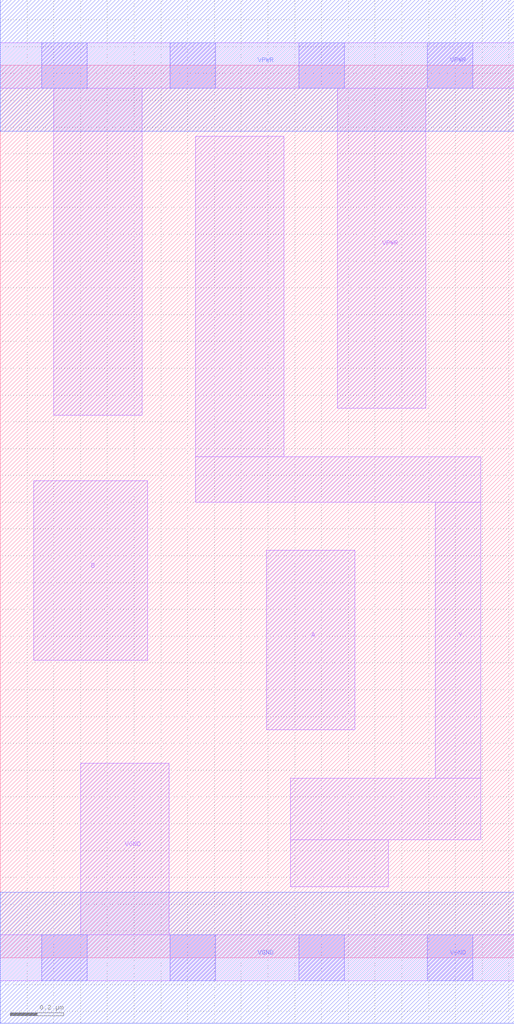
<source format=lef>
# Copyright 2020 The SkyWater PDK Authors
#
# Licensed under the Apache License, Version 2.0 (the "License");
# you may not use this file except in compliance with the License.
# You may obtain a copy of the License at
#
#     https://www.apache.org/licenses/LICENSE-2.0
#
# Unless required by applicable law or agreed to in writing, software
# distributed under the License is distributed on an "AS IS" BASIS,
# WITHOUT WARRANTIES OR CONDITIONS OF ANY KIND, either express or implied.
# See the License for the specific language governing permissions and
# limitations under the License.
#
# SPDX-License-Identifier: Apache-2.0

VERSION 5.7 ;
  NAMESCASESENSITIVE ON ;
  NOWIREEXTENSIONATPIN ON ;
  DIVIDERCHAR "/" ;
  BUSBITCHARS "[]" ;
UNITS
  DATABASE MICRONS 200 ;
END UNITS
MACRO sky130_fd_sc_lp__nand2_lp2
  CLASS CORE ;
  SOURCE USER ;
  FOREIGN sky130_fd_sc_lp__nand2_lp2 ;
  ORIGIN  0.000000  0.000000 ;
  SIZE  1.920000 BY  3.330000 ;
  SYMMETRY X Y R90 ;
  SITE unit ;
  PIN A
    ANTENNAGATEAREA  0.313000 ;
    DIRECTION INPUT ;
    USE SIGNAL ;
    PORT
      LAYER li1 ;
        RECT 0.995000 0.850000 1.325000 1.520000 ;
    END
  END A
  PIN B
    ANTENNAGATEAREA  0.313000 ;
    DIRECTION INPUT ;
    USE SIGNAL ;
    PORT
      LAYER li1 ;
        RECT 0.125000 1.110000 0.550000 1.780000 ;
    END
  END B
  PIN Y
    ANTENNADIFFAREA  0.399700 ;
    DIRECTION OUTPUT ;
    USE SIGNAL ;
    PORT
      LAYER li1 ;
        RECT 0.730000 1.700000 1.795000 1.870000 ;
        RECT 0.730000 1.870000 1.060000 3.065000 ;
        RECT 1.085000 0.265000 1.450000 0.440000 ;
        RECT 1.085000 0.440000 1.795000 0.670000 ;
        RECT 1.625000 0.670000 1.795000 1.700000 ;
    END
  END Y
  PIN VGND
    DIRECTION INOUT ;
    USE GROUND ;
    PORT
      LAYER li1 ;
        RECT 0.000000 -0.085000 1.920000 0.085000 ;
        RECT 0.300000  0.085000 0.630000 0.725000 ;
      LAYER mcon ;
        RECT 0.155000 -0.085000 0.325000 0.085000 ;
        RECT 0.635000 -0.085000 0.805000 0.085000 ;
        RECT 1.115000 -0.085000 1.285000 0.085000 ;
        RECT 1.595000 -0.085000 1.765000 0.085000 ;
      LAYER met1 ;
        RECT 0.000000 -0.245000 1.920000 0.245000 ;
    END
  END VGND
  PIN VPWR
    DIRECTION INOUT ;
    USE POWER ;
    PORT
      LAYER li1 ;
        RECT 0.000000 3.245000 1.920000 3.415000 ;
        RECT 0.200000 2.025000 0.530000 3.245000 ;
        RECT 1.260000 2.050000 1.590000 3.245000 ;
      LAYER mcon ;
        RECT 0.155000 3.245000 0.325000 3.415000 ;
        RECT 0.635000 3.245000 0.805000 3.415000 ;
        RECT 1.115000 3.245000 1.285000 3.415000 ;
        RECT 1.595000 3.245000 1.765000 3.415000 ;
      LAYER met1 ;
        RECT 0.000000 3.085000 1.920000 3.575000 ;
    END
  END VPWR
END sky130_fd_sc_lp__nand2_lp2

</source>
